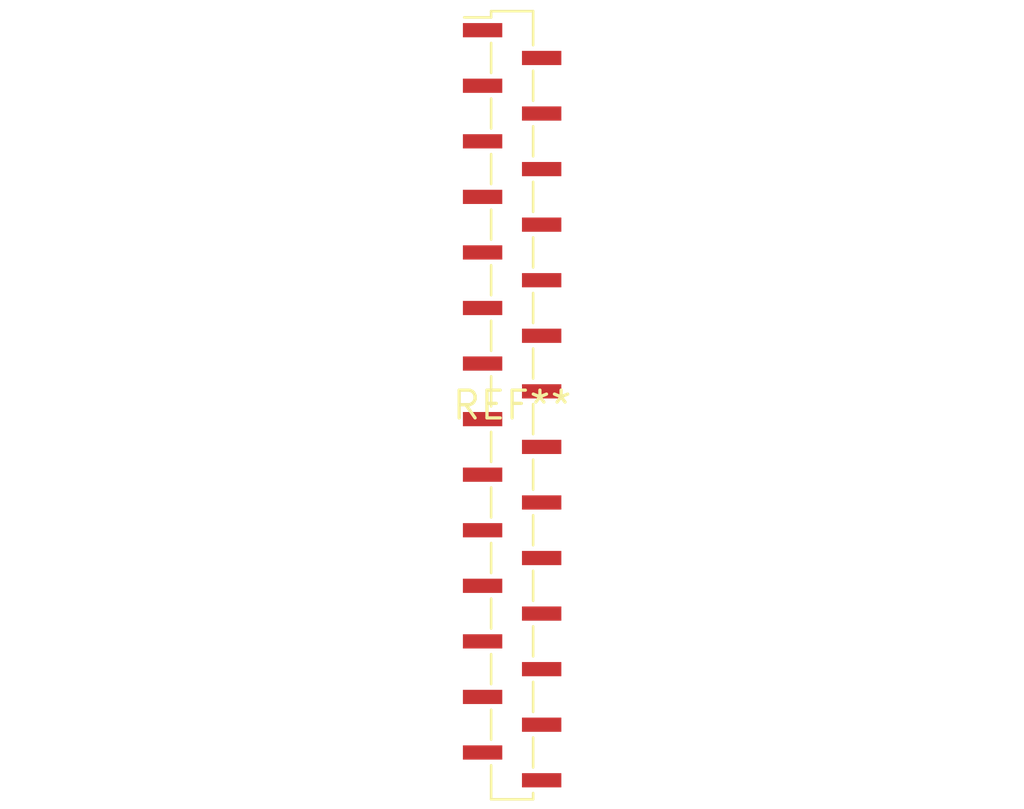
<source format=kicad_pcb>
(kicad_pcb (version 20240108) (generator pcbnew)
  (layers (0 "F.Cu" signal) (31 "B.Cu" signal) (34 "B.Paste" user) (35 "F.Paste" user) (36 "B.SilkS" user "B.Silkscreen") (37 "F.SilkS" user "F.Silkscreen") (38 "B.Mask" user) (39 "F.Mask" user) (44 "Edge.Cuts" user))
  (net 0 "")
  (footprint "PinSocket_1x28_P1.27mm_Vertical_SMD_Pin1Left" (layer "F.Cu") (at 0 0)
    (property "Reference" "REF**")
    (property "Value" "PinSocket_1x28_P1.27mm_Vertical_SMD_Pin1Left")
    (fp_line (start -2.19 -17.73) (end -0.96 -17.73) (layer "F.SilkS") (stroke (width 0.12)))
    (fp_line (start -0.96 -18.015) (end -0.96 -17.73) (layer "F.SilkS") (stroke (width 0.12)))
    (fp_line (start -0.96 -18.015) (end 0.96 -18.015) (layer "F.SilkS") (stroke (width 0.12)))
    (fp_line (start -0.96 -16.56) (end -0.96 -15.19) (layer "F.SilkS") (stroke (width 0.12)))
    (fp_line (start -0.96 -14.02) (end -0.96 -12.65) (layer "F.SilkS") (stroke (width 0.12)))
    (fp_line (start -0.96 -11.48) (end -0.96 -10.11) (layer "F.SilkS") (stroke (width 0.12)))
    (fp_line (start -0.96 -8.94) (end -0.96 -7.57) (layer "F.SilkS") (stroke (width 0.12)))
    (fp_line (start -0.96 -6.4) (end -0.96 -5.03) (layer "F.SilkS") (stroke (width 0.12)))
    (fp_line (start -0.96 -3.86) (end -0.96 -2.49) (layer "F.SilkS") (stroke (width 0.12)))
    (fp_line (start -0.96 -1.32) (end -0.96 0.05) (layer "F.SilkS") (stroke (width 0.12)))
    (fp_line (start -0.96 1.22) (end -0.96 2.59) (layer "F.SilkS") (stroke (width 0.12)))
    (fp_line (start -0.96 3.76) (end -0.96 5.13) (layer "F.SilkS") (stroke (width 0.12)))
    (fp_line (start -0.96 6.3) (end -0.96 7.67) (layer "F.SilkS") (stroke (width 0.12)))
    (fp_line (start -0.96 8.84) (end -0.96 10.21) (layer "F.SilkS") (stroke (width 0.12)))
    (fp_line (start -0.96 11.38) (end -0.96 12.75) (layer "F.SilkS") (stroke (width 0.12)))
    (fp_line (start -0.96 13.92) (end -0.96 15.29) (layer "F.SilkS") (stroke (width 0.12)))
    (fp_line (start -0.96 16.46) (end -0.96 18.015) (layer "F.SilkS") (stroke (width 0.12)))
    (fp_line (start -0.96 18.015) (end 0.96 18.015) (layer "F.SilkS") (stroke (width 0.12)))
    (fp_line (start 0.96 -18.015) (end 0.96 -16.46) (layer "F.SilkS") (stroke (width 0.12)))
    (fp_line (start 0.96 -15.29) (end 0.96 -13.92) (layer "F.SilkS") (stroke (width 0.12)))
    (fp_line (start 0.96 -12.75) (end 0.96 -11.38) (layer "F.SilkS") (stroke (width 0.12)))
    (fp_line (start 0.96 -10.21) (end 0.96 -8.84) (layer "F.SilkS") (stroke (width 0.12)))
    (fp_line (start 0.96 -7.67) (end 0.96 -6.3) (layer "F.SilkS") (stroke (width 0.12)))
    (fp_line (start 0.96 -5.13) (end 0.96 -3.76) (layer "F.SilkS") (stroke (width 0.12)))
    (fp_line (start 0.96 -2.59) (end 0.96 -1.22) (layer "F.SilkS") (stroke (width 0.12)))
    (fp_line (start 0.96 -0.05) (end 0.96 1.32) (layer "F.SilkS") (stroke (width 0.12)))
    (fp_line (start 0.96 2.49) (end 0.96 3.86) (layer "F.SilkS") (stroke (width 0.12)))
    (fp_line (start 0.96 5.03) (end 0.96 6.4) (layer "F.SilkS") (stroke (width 0.12)))
    (fp_line (start 0.96 7.57) (end 0.96 8.94) (layer "F.SilkS") (stroke (width 0.12)))
    (fp_line (start 0.96 10.11) (end 0.96 11.48) (layer "F.SilkS") (stroke (width 0.12)))
    (fp_line (start 0.96 12.65) (end 0.96 14.02) (layer "F.SilkS") (stroke (width 0.12)))
    (fp_line (start 0.96 15.19) (end 0.96 16.56) (layer "F.SilkS") (stroke (width 0.12)))
    (fp_line (start 0.96 17.73) (end 0.96 18.015) (layer "F.SilkS") (stroke (width 0.12)))
    (pad "1" smd rect (at -1.35 -17.145) (size 1.8 0.65) (layers "F.Cu" "F.Paste" "F.Mask"))
    (pad "2" smd rect (at 1.35 -15.875) (size 1.8 0.65) (layers "F.Cu" "F.Paste" "F.Mask"))
    (pad "3" smd rect (at -1.35 -14.605) (size 1.8 0.65) (layers "F.Cu" "F.Paste" "F.Mask"))
    (pad "4" smd rect (at 1.35 -13.335) (size 1.8 0.65) (layers "F.Cu" "F.Paste" "F.Mask"))
    (pad "5" smd rect (at -1.35 -12.065) (size 1.8 0.65) (layers "F.Cu" "F.Paste" "F.Mask"))
    (pad "6" smd rect (at 1.35 -10.795) (size 1.8 0.65) (layers "F.Cu" "F.Paste" "F.Mask"))
    (pad "7" smd rect (at -1.35 -9.525) (size 1.8 0.65) (layers "F.Cu" "F.Paste" "F.Mask"))
    (pad "8" smd rect (at 1.35 -8.255) (size 1.8 0.65) (layers "F.Cu" "F.Paste" "F.Mask"))
    (pad "9" smd rect (at -1.35 -6.985) (size 1.8 0.65) (layers "F.Cu" "F.Paste" "F.Mask"))
    (pad "10" smd rect (at 1.35 -5.715) (size 1.8 0.65) (layers "F.Cu" "F.Paste" "F.Mask"))
    (pad "11" smd rect (at -1.35 -4.445) (size 1.8 0.65) (layers "F.Cu" "F.Paste" "F.Mask"))
    (pad "12" smd rect (at 1.35 -3.175) (size 1.8 0.65) (layers "F.Cu" "F.Paste" "F.Mask"))
    (pad "13" smd rect (at -1.35 -1.905) (size 1.8 0.65) (layers "F.Cu" "F.Paste" "F.Mask"))
    (pad "14" smd rect (at 1.35 -0.635) (size 1.8 0.65) (layers "F.Cu" "F.Paste" "F.Mask"))
    (pad "15" smd rect (at -1.35 0.635) (size 1.8 0.65) (layers "F.Cu" "F.Paste" "F.Mask"))
    (pad "16" smd rect (at 1.35 1.905) (size 1.8 0.65) (layers "F.Cu" "F.Paste" "F.Mask"))
    (pad "17" smd rect (at -1.35 3.175) (size 1.8 0.65) (layers "F.Cu" "F.Paste" "F.Mask"))
    (pad "18" smd rect (at 1.35 4.445) (size 1.8 0.65) (layers "F.Cu" "F.Paste" "F.Mask"))
    (pad "19" smd rect (at -1.35 5.715) (size 1.8 0.65) (layers "F.Cu" "F.Paste" "F.Mask"))
    (pad "20" smd rect (at 1.35 6.985) (size 1.8 0.65) (layers "F.Cu" "F.Paste" "F.Mask"))
    (pad "21" smd rect (at -1.35 8.255) (size 1.8 0.65) (layers "F.Cu" "F.Paste" "F.Mask"))
    (pad "22" smd rect (at 1.35 9.525) (size 1.8 0.65) (layers "F.Cu" "F.Paste" "F.Mask"))
    (pad "23" smd rect (at -1.35 10.795) (size 1.8 0.65) (layers "F.Cu" "F.Paste" "F.Mask"))
    (pad "24" smd rect (at 1.35 12.065) (size 1.8 0.65) (layers "F.Cu" "F.Paste" "F.Mask"))
    (pad "25" smd rect (at -1.35 13.335) (size 1.8 0.65) (layers "F.Cu" "F.Paste" "F.Mask"))
    (pad "26" smd rect (at 1.35 14.605) (size 1.8 0.65) (layers "F.Cu" "F.Paste" "F.Mask"))
    (pad "27" smd rect (at -1.35 15.875) (size 1.8 0.65) (layers "F.Cu" "F.Paste" "F.Mask"))
    (pad "28" smd rect (at 1.35 17.145) (size 1.8 0.65) (layers "F.Cu" "F.Paste" "F.Mask"))
  )
)
</source>
